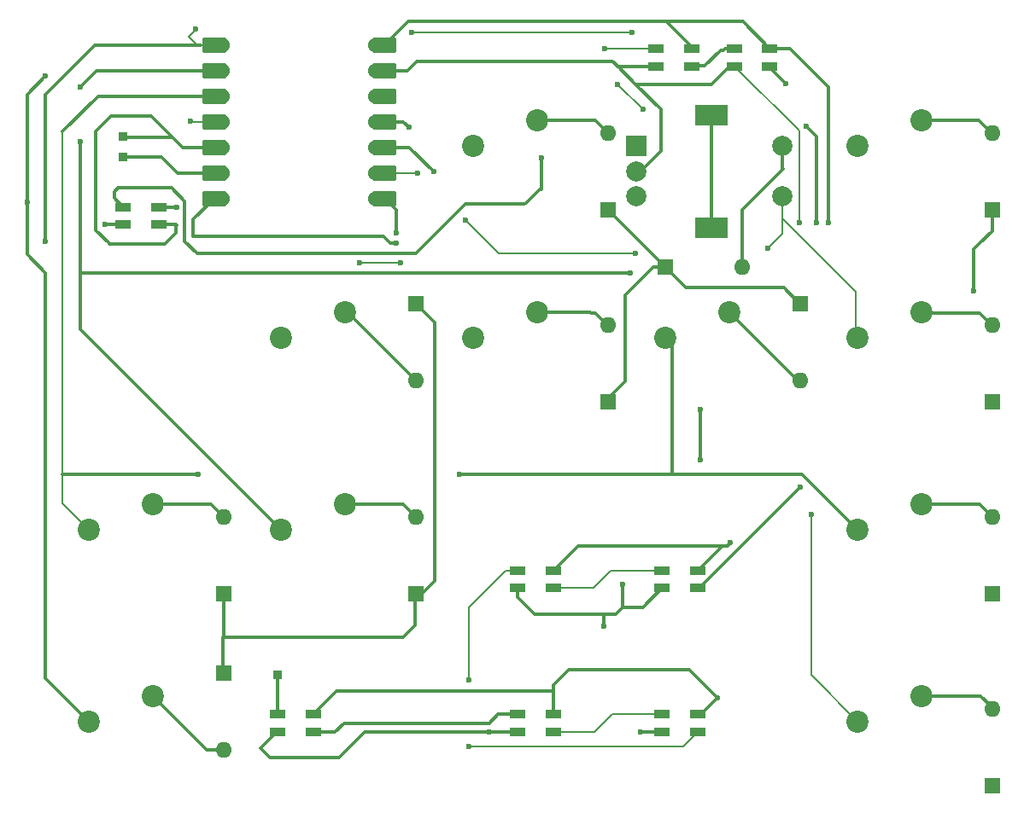
<source format=gbr>
%TF.GenerationSoftware,KiCad,Pcbnew,8.99.0-3401-ge9e4e7a3ff*%
%TF.CreationDate,2025-02-25T13:13:07+01:00*%
%TF.ProjectId,hackpad,6861636b-7061-4642-9e6b-696361645f70,rev?*%
%TF.SameCoordinates,Original*%
%TF.FileFunction,Copper,L1,Top*%
%TF.FilePolarity,Positive*%
%FSLAX46Y46*%
G04 Gerber Fmt 4.6, Leading zero omitted, Abs format (unit mm)*
G04 Created by KiCad (PCBNEW 8.99.0-3401-ge9e4e7a3ff) date 2025-02-25 13:13:07*
%MOMM*%
%LPD*%
G01*
G04 APERTURE LIST*
G04 Aperture macros list*
%AMRoundRect*
0 Rectangle with rounded corners*
0 $1 Rounding radius*
0 $2 $3 $4 $5 $6 $7 $8 $9 X,Y pos of 4 corners*
0 Add a 4 corners polygon primitive as box body*
4,1,4,$2,$3,$4,$5,$6,$7,$8,$9,$2,$3,0*
0 Add four circle primitives for the rounded corners*
1,1,$1+$1,$2,$3*
1,1,$1+$1,$4,$5*
1,1,$1+$1,$6,$7*
1,1,$1+$1,$8,$9*
0 Add four rect primitives between the rounded corners*
20,1,$1+$1,$2,$3,$4,$5,0*
20,1,$1+$1,$4,$5,$6,$7,0*
20,1,$1+$1,$6,$7,$8,$9,0*
20,1,$1+$1,$8,$9,$2,$3,0*%
G04 Aperture macros list end*
%TA.AperFunction,ComponentPad*%
%ADD10C,2.200000*%
%TD*%
%TA.AperFunction,ComponentPad*%
%ADD11R,0.850000X0.850000*%
%TD*%
%TA.AperFunction,ComponentPad*%
%ADD12R,1.600000X1.600000*%
%TD*%
%TA.AperFunction,ComponentPad*%
%ADD13O,1.600000X1.600000*%
%TD*%
%TA.AperFunction,SMDPad,CuDef*%
%ADD14R,1.600000X0.850000*%
%TD*%
%TA.AperFunction,SMDPad,CuDef*%
%ADD15RoundRect,0.152400X1.063600X0.609600X-1.063600X0.609600X-1.063600X-0.609600X1.063600X-0.609600X0*%
%TD*%
%TA.AperFunction,ComponentPad*%
%ADD16C,1.524000*%
%TD*%
%TA.AperFunction,SMDPad,CuDef*%
%ADD17RoundRect,0.152400X-1.063600X-0.609600X1.063600X-0.609600X1.063600X0.609600X-1.063600X0.609600X0*%
%TD*%
%TA.AperFunction,ComponentPad*%
%ADD18R,2.000000X2.000000*%
%TD*%
%TA.AperFunction,ComponentPad*%
%ADD19C,2.000000*%
%TD*%
%TA.AperFunction,ComponentPad*%
%ADD20R,3.200000X2.000000*%
%TD*%
%TA.AperFunction,ViaPad*%
%ADD21C,0.600000*%
%TD*%
%TA.AperFunction,Conductor*%
%ADD22C,0.300000*%
%TD*%
%TA.AperFunction,Conductor*%
%ADD23C,0.200000*%
%TD*%
G04 APERTURE END LIST*
D10*
%TO.P,SW2,1,1*%
%TO.N,Net-(D2-A)*%
X121443750Y-59531250D03*
%TO.P,SW2,2,2*%
%TO.N,COL2*%
X115093750Y-62071250D03*
%TD*%
D11*
%TO.P,J3,1,Pin_1*%
%TO.N,Net-(J3-Pin_1)*%
X42303750Y-44111250D03*
%TD*%
D12*
%TO.P,D12,1,K*%
%TO.N,ROW3*%
X52228726Y-95329404D03*
D13*
%TO.P,D12,2,A*%
%TO.N,Net-(D12-A)*%
X52228726Y-102949404D03*
%TD*%
D10*
%TO.P,SW5,1,1*%
%TO.N,Net-(D5-A)*%
X83343750Y-40481250D03*
%TO.P,SW5,2,2*%
%TO.N,COL1*%
X76993750Y-43021250D03*
%TD*%
D14*
%TO.P,D20,1,DOUT*%
%TO.N,Net-(D20-DOUT)*%
X57622482Y-99455030D03*
%TO.P,D20,2,VSS*%
%TO.N,GND*%
X57622482Y-101205030D03*
%TO.P,D20,3,DIN*%
%TO.N,Net-(D19-DOUT)*%
X61122482Y-101205030D03*
%TO.P,D20,4,VDD*%
%TO.N,+5V*%
X61122482Y-99455030D03*
%TD*%
D12*
%TO.P,D10,1,K*%
%TO.N,ROW3*%
X71278742Y-87471266D03*
D13*
%TO.P,D10,2,A*%
%TO.N,Net-(D10-A)*%
X71278742Y-79851266D03*
%TD*%
D11*
%TO.P,J2,1,Pin_1*%
%TO.N,Net-(D20-DOUT)*%
X57586543Y-95567526D03*
%TD*%
%TO.P,J1,1,Pin_1*%
%TO.N,RGB_IN*%
X42303750Y-42111250D03*
%TD*%
D14*
%TO.P,D15,1,DOUT*%
%TO.N,Net-(D15-DOUT)*%
X95127201Y-33375287D03*
%TO.P,D15,2,VSS*%
%TO.N,GND*%
X95127201Y-35125287D03*
%TO.P,D15,3,DIN*%
%TO.N,Net-(D14-DOUT)*%
X98627201Y-35125287D03*
%TO.P,D15,4,VDD*%
%TO.N,+5V*%
X98627201Y-33375287D03*
%TD*%
%TO.P,D17,1,DOUT*%
%TO.N,Net-(D17-DOUT)*%
X81435002Y-85167518D03*
%TO.P,D17,2,VSS*%
%TO.N,GND*%
X81435002Y-86917518D03*
%TO.P,D17,3,DIN*%
%TO.N,Net-(D16-DOUT)*%
X84935002Y-86917518D03*
%TO.P,D17,4,VDD*%
%TO.N,+5V*%
X84935002Y-85167518D03*
%TD*%
D10*
%TO.P,SW11,1,1*%
%TO.N,Net-(D11-A)*%
X45243750Y-78581250D03*
%TO.P,SW11,2,2*%
%TO.N,COL3*%
X38893750Y-81121250D03*
%TD*%
D14*
%TO.P,D19,1,DOUT*%
%TO.N,Net-(D19-DOUT)*%
X81435002Y-99455030D03*
%TO.P,D19,2,VSS*%
%TO.N,GND*%
X81435002Y-101205030D03*
%TO.P,D19,3,DIN*%
%TO.N,Net-(D18-DOUT)*%
X84935002Y-101205030D03*
%TO.P,D19,4,VDD*%
%TO.N,+5V*%
X84935002Y-99455030D03*
%TD*%
D10*
%TO.P,SW7,1,1*%
%TO.N,Net-(D7-A)*%
X102393750Y-59531250D03*
%TO.P,SW7,2,2*%
%TO.N,COL3*%
X96043750Y-62071250D03*
%TD*%
%TO.P,SW10,1,1*%
%TO.N,Net-(D10-A)*%
X64293750Y-78581250D03*
%TO.P,SW10,2,2*%
%TO.N,COL2*%
X57943750Y-81121250D03*
%TD*%
D14*
%TO.P,D18,1,DOUT*%
%TO.N,Net-(D18-DOUT)*%
X95722514Y-99455030D03*
%TO.P,D18,2,VSS*%
%TO.N,GND*%
X95722514Y-101205030D03*
%TO.P,D18,3,DIN*%
%TO.N,Net-(D17-DOUT)*%
X99222514Y-101205030D03*
%TO.P,D18,4,VDD*%
%TO.N,+5V*%
X99222514Y-99455030D03*
%TD*%
%TO.P,D16,1,DOUT*%
%TO.N,Net-(D16-DOUT)*%
X95722514Y-85167518D03*
%TO.P,D16,2,VSS*%
%TO.N,GND*%
X95722514Y-86917518D03*
%TO.P,D16,3,DIN*%
%TO.N,Net-(D15-DOUT)*%
X99222514Y-86917518D03*
%TO.P,D16,4,VDD*%
%TO.N,+5V*%
X99222514Y-85167518D03*
%TD*%
D15*
%TO.P,U1,1,PA02_A0_D0*%
%TO.N,COL1*%
X51295000Y-33011250D03*
D16*
X52130000Y-33011250D03*
D15*
%TO.P,U1,2,PA4_A1_D1*%
%TO.N,COL2*%
X51295000Y-35551250D03*
D16*
X52130000Y-35551250D03*
D15*
%TO.P,U1,3,PA10_A2_D2*%
%TO.N,COL3*%
X51295000Y-38091250D03*
D16*
X52130000Y-38091250D03*
D15*
%TO.P,U1,4,PA11_A3_D3*%
%TO.N,COL4*%
X51295000Y-40631250D03*
D16*
X52130000Y-40631250D03*
D15*
%TO.P,U1,5,PA8_A4_D4_SDA*%
%TO.N,RGB_IN*%
X51295000Y-43171250D03*
D16*
X52130000Y-43171250D03*
D15*
%TO.P,U1,6,PA9_A5_D5_SCL*%
%TO.N,Net-(J3-Pin_1)*%
X51295000Y-45711250D03*
D16*
X52130000Y-45711250D03*
D15*
%TO.P,U1,7,PB08_A6_D6_TX*%
%TO.N,rotencA*%
X51295000Y-48251250D03*
D16*
X52130000Y-48251250D03*
%TO.P,U1,8,PB09_A7_D7_RX*%
%TO.N,rotencB*%
X67370000Y-48251250D03*
D17*
X68205000Y-48251250D03*
D16*
%TO.P,U1,9,PA7_A8_D8_SCK*%
%TO.N,ROW1*%
X67370000Y-45711250D03*
D17*
X68205000Y-45711250D03*
D16*
%TO.P,U1,10,PA5_A9_D9_MISO*%
%TO.N,ROW2*%
X67370000Y-43171250D03*
D17*
X68205000Y-43171250D03*
D16*
%TO.P,U1,11,PA6_A10_D10_MOSI*%
%TO.N,ROW3*%
X67370000Y-40631250D03*
D17*
X68205000Y-40631250D03*
D16*
%TO.P,U1,12,3V3*%
%TO.N,+3V3*%
X67370000Y-38091250D03*
D17*
X68205000Y-38091250D03*
D16*
%TO.P,U1,13,GND*%
%TO.N,GND*%
X67370000Y-35551250D03*
D17*
X68205000Y-35551250D03*
D16*
%TO.P,U1,14,5V*%
%TO.N,+5V*%
X67370000Y-33011250D03*
D17*
X68205000Y-33011250D03*
%TD*%
D10*
%TO.P,SW8,1,1*%
%TO.N,Net-(D8-A)*%
X83343750Y-59531250D03*
%TO.P,SW8,2,2*%
%TO.N,COL4*%
X76993750Y-62071250D03*
%TD*%
D14*
%TO.P,D13,1,DOUT*%
%TO.N,Net-(D13-DOUT)*%
X42303750Y-49111250D03*
%TO.P,D13,2,VSS*%
%TO.N,GND*%
X42303750Y-50861250D03*
%TO.P,D13,3,DIN*%
%TO.N,RGB_IN*%
X45803750Y-50861250D03*
%TO.P,D13,4,VDD*%
%TO.N,+5V*%
X45803750Y-49111250D03*
%TD*%
D18*
%TO.P,SW3,A,A*%
%TO.N,rotencA*%
X93153750Y-43061250D03*
D19*
%TO.P,SW3,B,B*%
%TO.N,rotencB*%
X93153750Y-48061250D03*
%TO.P,SW3,C,C*%
%TO.N,GND*%
X93153750Y-45561250D03*
D20*
%TO.P,SW3,MP,MP*%
%TO.N,unconnected-(SW3-PadMP)*%
X100653750Y-39961250D03*
X100653750Y-51161250D03*
D19*
%TO.P,SW3,S1,S1*%
%TO.N,COL2*%
X107653750Y-48061250D03*
%TO.P,SW3,S2,S2*%
%TO.N,Net-(D6-A)*%
X107653750Y-43061250D03*
%TD*%
D12*
%TO.P,D11,1,K*%
%TO.N,ROW3*%
X52228726Y-87471266D03*
D13*
%TO.P,D11,2,A*%
%TO.N,Net-(D11-A)*%
X52228726Y-79851266D03*
%TD*%
D10*
%TO.P,SW12,1,1*%
%TO.N,Net-(D12-A)*%
X45243750Y-97631250D03*
%TO.P,SW12,2,2*%
%TO.N,COL4*%
X38893750Y-100171250D03*
%TD*%
%TO.P,SW9,1,1*%
%TO.N,Net-(D9-A)*%
X64293750Y-59531250D03*
%TO.P,SW9,2,2*%
%TO.N,COL1*%
X57943750Y-62071250D03*
%TD*%
%TO.P,SW1,1,1*%
%TO.N,Net-(D1-A)*%
X121443750Y-40481250D03*
%TO.P,SW1,2,2*%
%TO.N,COL1*%
X115093750Y-43021250D03*
%TD*%
D14*
%TO.P,D14,1,DOUT*%
%TO.N,Net-(D14-DOUT)*%
X102902209Y-33375287D03*
%TO.P,D14,2,VSS*%
%TO.N,GND*%
X102902209Y-35125287D03*
%TO.P,D14,3,DIN*%
%TO.N,Net-(D13-DOUT)*%
X106402209Y-35125287D03*
%TO.P,D14,4,VDD*%
%TO.N,+5V*%
X106402209Y-33375287D03*
%TD*%
D10*
%TO.P,SW6,1,1*%
%TO.N,Net-(D3-A)*%
X121440000Y-78562500D03*
%TO.P,SW6,2,2*%
%TO.N,COL3*%
X115090000Y-81102500D03*
%TD*%
%TO.P,SW4,1,1*%
%TO.N,Net-(D4-A)*%
X121440000Y-97612500D03*
%TO.P,SW4,2,2*%
%TO.N,COL4*%
X115090000Y-100152500D03*
%TD*%
D12*
%TO.P,D5,1,K*%
%TO.N,ROW2*%
X90328758Y-49371234D03*
D13*
%TO.P,D5,2,A*%
%TO.N,Net-(D5-A)*%
X90328758Y-41751234D03*
%TD*%
D12*
%TO.P,D6,1,K*%
%TO.N,ROW2*%
X96043766Y-55086242D03*
D13*
%TO.P,D6,2,A*%
%TO.N,Net-(D6-A)*%
X103663766Y-55086242D03*
%TD*%
D12*
%TO.P,D2,1,K*%
%TO.N,ROW1*%
X128428790Y-68421250D03*
D13*
%TO.P,D2,2,A*%
%TO.N,Net-(D2-A)*%
X128428790Y-60801250D03*
%TD*%
D12*
%TO.P,D7,1,K*%
%TO.N,ROW2*%
X109378774Y-58658120D03*
D13*
%TO.P,D7,2,A*%
%TO.N,Net-(D7-A)*%
X109378774Y-66278120D03*
%TD*%
D12*
%TO.P,D8,1,K*%
%TO.N,ROW2*%
X90328758Y-68421250D03*
D13*
%TO.P,D8,2,A*%
%TO.N,Net-(D8-A)*%
X90328758Y-60801250D03*
%TD*%
D12*
%TO.P,D4,1,K*%
%TO.N,ROW1*%
X128428790Y-106521282D03*
D13*
%TO.P,D4,2,A*%
%TO.N,Net-(D4-A)*%
X128428790Y-98901282D03*
%TD*%
D12*
%TO.P,D1,1,K*%
%TO.N,ROW1*%
X128428790Y-49371234D03*
D13*
%TO.P,D1,2,A*%
%TO.N,Net-(D1-A)*%
X128428790Y-41751234D03*
%TD*%
D12*
%TO.P,D9,1,K*%
%TO.N,ROW3*%
X71278742Y-58658120D03*
D13*
%TO.P,D9,2,A*%
%TO.N,Net-(D9-A)*%
X71278742Y-66278120D03*
%TD*%
D12*
%TO.P,D3,1,K*%
%TO.N,ROW1*%
X128428790Y-87471266D03*
D13*
%TO.P,D3,2,A*%
%TO.N,Net-(D3-A)*%
X128428790Y-79851266D03*
%TD*%
D21*
%TO.N,ROW1*%
X126642851Y-57467494D03*
X71503750Y-45711250D03*
X76203750Y-50411250D03*
X93103750Y-53711250D03*
%TO.N,ROW2*%
X73064681Y-45561234D03*
%TO.N,ROW3*%
X70603750Y-41211250D03*
%TO.N,+5V*%
X102503750Y-82411250D03*
X47603750Y-49111250D03*
X112203750Y-50611250D03*
X101203750Y-97811250D03*
%TO.N,GND*%
X99503750Y-69211250D03*
X89903750Y-90711250D03*
X78603750Y-101211250D03*
X109303750Y-50611250D03*
X40503750Y-50811250D03*
X99503750Y-74211250D03*
X91803750Y-86511250D03*
X93603750Y-101211250D03*
%TO.N,Net-(D13-DOUT)*%
X83803750Y-44211250D03*
X108003750Y-36811250D03*
%TO.N,Net-(D15-DOUT)*%
X109403750Y-76911250D03*
X91303750Y-36911250D03*
X111003750Y-50611250D03*
X90003750Y-33411250D03*
X110003750Y-41111250D03*
X93803750Y-39411250D03*
%TO.N,Net-(D17-DOUT)*%
X76603750Y-96011250D03*
X76603750Y-102611250D03*
%TO.N,COL1*%
X49503750Y-31411250D03*
X34603750Y-52511250D03*
X92703750Y-31811250D03*
X70903750Y-31811250D03*
%TO.N,COL2*%
X92603750Y-55611250D03*
X38003750Y-42611250D03*
X106203750Y-53211250D03*
X38003750Y-37211250D03*
%TO.N,rotencB*%
X69403750Y-51711250D03*
%TO.N,rotencA*%
X69403750Y-52711250D03*
%TO.N,COL3*%
X49703750Y-75611250D03*
X75603750Y-75611250D03*
%TO.N,COL4*%
X34603750Y-36111250D03*
X49003750Y-40611250D03*
X32803750Y-48611250D03*
X65703750Y-54611250D03*
X69803750Y-54611250D03*
X110503750Y-79611250D03*
%TD*%
D22*
%TO.N,Net-(D1-A)*%
X127073750Y-40481250D02*
X121443750Y-40481250D01*
X128428790Y-41751234D02*
X128343734Y-41751234D01*
X128343734Y-41751234D02*
X127073750Y-40481250D01*
D23*
%TO.N,ROW1*%
X68205000Y-45711250D02*
X71503750Y-45711250D01*
D22*
X126642851Y-53300303D02*
X126642851Y-57467494D01*
D23*
X76203750Y-50411250D02*
X79503750Y-53711250D01*
D22*
X128428790Y-51514364D02*
X127238164Y-52704990D01*
X128428790Y-49371234D02*
X128428790Y-51514364D01*
D23*
X79503750Y-53711250D02*
X93103750Y-53711250D01*
D22*
X127238164Y-52704990D02*
X126642851Y-53300303D01*
%TO.N,Net-(D2-A)*%
X128393750Y-60801250D02*
X127203750Y-59611250D01*
X121523750Y-59611250D02*
X121443750Y-59531250D01*
X127203750Y-59611250D02*
X121523750Y-59611250D01*
X128428790Y-60801250D02*
X128393750Y-60801250D01*
%TO.N,Net-(D3-A)*%
X128428790Y-79836290D02*
X127203750Y-78611250D01*
X128428790Y-79851266D02*
X128428790Y-79836290D01*
X121488750Y-78611250D02*
X121440000Y-78562500D01*
X127203750Y-78611250D02*
X121488750Y-78611250D01*
%TO.N,Net-(D4-A)*%
X128428790Y-98736290D02*
X127303750Y-97611250D01*
X128428790Y-98901282D02*
X128428790Y-98736290D01*
X127002500Y-97612500D02*
X121440000Y-97612500D01*
X127303750Y-97611250D02*
X127003750Y-97611250D01*
X127003750Y-97611250D02*
X127002500Y-97612500D01*
%TO.N,Net-(D5-A)*%
X90328758Y-41751234D02*
X89058774Y-40481250D01*
X89058774Y-40481250D02*
X83343750Y-40481250D01*
%TO.N,ROW2*%
X70674697Y-43171250D02*
X67370000Y-43171250D01*
X94828758Y-55086242D02*
X96043766Y-55086242D01*
X90328758Y-68086242D02*
X92053750Y-66361250D01*
X73064681Y-45561234D02*
X70674697Y-43171250D01*
X92053750Y-57861250D02*
X94828758Y-55086242D01*
X90328758Y-68421250D02*
X90328758Y-68086242D01*
X92053750Y-66361250D02*
X92053750Y-57861250D01*
X96043766Y-55086242D02*
X90328758Y-49371234D01*
X107803750Y-57111250D02*
X98068774Y-57111250D01*
X98068774Y-57111250D02*
X96043766Y-55086242D01*
X109378774Y-58658120D02*
X109350620Y-58658120D01*
X109350620Y-58658120D02*
X107803750Y-57111250D01*
%TO.N,Net-(D6-A)*%
X107653750Y-45261250D02*
X107653750Y-43061250D01*
X103663766Y-55086242D02*
X103663766Y-49351234D01*
X103663766Y-49351234D02*
X107703750Y-45311250D01*
X107703750Y-45311250D02*
X107653750Y-45261250D01*
%TO.N,Net-(D7-A)*%
X109140620Y-66278120D02*
X102393750Y-59531250D01*
X109378774Y-66278120D02*
X109140620Y-66278120D01*
%TO.N,Net-(D8-A)*%
X89103750Y-59611250D02*
X88703750Y-59611250D01*
X90328758Y-60801250D02*
X90293750Y-60801250D01*
X88623750Y-59531250D02*
X83343750Y-59531250D01*
X90293750Y-60801250D02*
X89103750Y-59611250D01*
X88703750Y-59611250D02*
X88623750Y-59531250D01*
%TO.N,ROW3*%
X70028726Y-91786274D02*
X71203750Y-90611250D01*
X52203750Y-91811250D02*
X52203750Y-95304428D01*
X71943734Y-87471266D02*
X73203750Y-86211250D01*
X52203750Y-95304428D02*
X52228726Y-95329404D01*
X71203750Y-87546258D02*
X71278742Y-87471266D01*
X73203750Y-60583128D02*
X71278742Y-58658120D01*
X68205000Y-40631250D02*
X70023750Y-40631250D01*
X52228726Y-91786274D02*
X70028726Y-91786274D01*
X52228726Y-87471266D02*
X52228726Y-91786274D01*
X71203750Y-90611250D02*
X71203750Y-87546258D01*
X71278742Y-87471266D02*
X71943734Y-87471266D01*
X70023750Y-40631250D02*
X70603750Y-41211250D01*
X73203750Y-86211250D02*
X73203750Y-60583128D01*
X52228726Y-91786274D02*
X52203750Y-91811250D01*
%TO.N,Net-(D9-A)*%
X71278742Y-66278120D02*
X64531872Y-59531250D01*
X64531872Y-59531250D02*
X64293750Y-59531250D01*
%TO.N,Net-(D10-A)*%
X70008726Y-78581250D02*
X64293750Y-78581250D01*
X71278742Y-79851266D02*
X70008726Y-78581250D01*
%TO.N,Net-(D11-A)*%
X52228726Y-79851266D02*
X50958710Y-78581250D01*
X50958710Y-78581250D02*
X45243750Y-78581250D01*
%TO.N,Net-(D12-A)*%
X50561904Y-102949404D02*
X45243750Y-97631250D01*
X52228726Y-102949404D02*
X50561904Y-102949404D01*
%TO.N,+5V*%
X84935002Y-99455030D02*
X84935002Y-97111250D01*
X102503750Y-82411250D02*
X102203750Y-82711250D01*
X108403750Y-33411250D02*
X112203750Y-37211250D01*
X112203750Y-37211250D02*
X112203750Y-47111250D01*
X101678782Y-82711250D02*
X99222514Y-85167518D01*
X63466262Y-97111250D02*
X61122482Y-99455030D01*
X86503750Y-95011250D02*
X98403750Y-95011250D01*
X45803750Y-49111250D02*
X47603750Y-49111250D01*
X84935002Y-97111250D02*
X84935002Y-96579998D01*
X106402209Y-33375287D02*
X106438172Y-33411250D01*
X96103750Y-30651000D02*
X103703750Y-30651000D01*
X68205000Y-33011250D02*
X70565250Y-30651000D01*
X103703750Y-30651000D02*
X103703750Y-30676828D01*
X98627201Y-33174451D02*
X96103750Y-30651000D01*
X101203750Y-97811250D02*
X99559970Y-99455030D01*
X98627201Y-33375287D02*
X98627201Y-33174451D01*
X103703750Y-30676828D02*
X106402209Y-33375287D01*
X106438172Y-33411250D02*
X108403750Y-33411250D01*
X70565250Y-30651000D02*
X96103750Y-30651000D01*
X87391270Y-82711250D02*
X84935002Y-85167518D01*
X102203750Y-82711250D02*
X101678782Y-82711250D01*
X84935002Y-97111250D02*
X63466262Y-97111250D01*
X101678782Y-82711250D02*
X87391270Y-82711250D01*
X98403750Y-95011250D02*
X101203750Y-97811250D01*
X99559970Y-99455030D02*
X99222514Y-99455030D01*
X112203750Y-47111250D02*
X112203750Y-50611250D01*
X84935002Y-96579998D02*
X86503750Y-95011250D01*
%TO.N,GND*%
X89903750Y-89511250D02*
X83103750Y-89511250D01*
X71403750Y-34611250D02*
X90803750Y-34611250D01*
X83103750Y-89511250D02*
X81435002Y-87842502D01*
X100603750Y-36911250D02*
X102389713Y-35125287D01*
X89903750Y-90711250D02*
X89903750Y-89511250D01*
X91317787Y-35125287D02*
X91303750Y-35111250D01*
X66203750Y-101211250D02*
X63703750Y-103711250D01*
X56803750Y-103711250D02*
X55903750Y-102811250D01*
X93609970Y-101205030D02*
X93603750Y-101211250D01*
X68205000Y-35551250D02*
X70463750Y-35551250D01*
X91103750Y-89511250D02*
X89903750Y-89511250D01*
X91803750Y-88811250D02*
X93828782Y-88811250D01*
X91303750Y-35111250D02*
X93103750Y-36911250D01*
X63703750Y-103711250D02*
X56803750Y-103711250D01*
X93103750Y-36911250D02*
X95603750Y-39411250D01*
X55903750Y-102811250D02*
X57509970Y-101205030D01*
X78603750Y-101211250D02*
X66203750Y-101211250D01*
X99503750Y-69211250D02*
X99503750Y-74211250D01*
X91803750Y-88811250D02*
X91103750Y-89511250D01*
X81435002Y-87842502D02*
X81435002Y-86917518D01*
D23*
X109303750Y-43411250D02*
X109303750Y-50611250D01*
D22*
X95603750Y-39411250D02*
X95603750Y-43511250D01*
X40553750Y-50861250D02*
X40503750Y-50811250D01*
X95603750Y-43511250D02*
X93553750Y-45561250D01*
X90803750Y-34611250D02*
X91303750Y-35111250D01*
X57509970Y-101205030D02*
X57622482Y-101205030D01*
X95722514Y-101205030D02*
X93609970Y-101205030D01*
X93553750Y-45561250D02*
X93153750Y-45561250D01*
D23*
X109303750Y-41526828D02*
X109303750Y-43411250D01*
D22*
X93103750Y-36911250D02*
X100603750Y-36911250D01*
X81428782Y-101211250D02*
X81435002Y-101205030D01*
X78603750Y-101211250D02*
X81428782Y-101211250D01*
D23*
X102902209Y-35125287D02*
X109303750Y-41526828D01*
D22*
X70463750Y-35551250D02*
X71403750Y-34611250D01*
X93828782Y-88811250D02*
X95722514Y-86917518D01*
X91803750Y-86511250D02*
X91803750Y-88811250D01*
X42303750Y-50861250D02*
X40553750Y-50861250D01*
X95127201Y-35125287D02*
X91317787Y-35125287D01*
X102389713Y-35125287D02*
X102902209Y-35125287D01*
%TO.N,Net-(D13-DOUT)*%
X106402209Y-35209709D02*
X106402209Y-35125287D01*
X42303750Y-49111250D02*
X41403750Y-48211250D01*
X48403750Y-52511250D02*
X49603750Y-53711250D01*
X41803750Y-47211250D02*
X46803750Y-47211250D01*
X46803750Y-47211250D02*
X47103750Y-47211250D01*
X49603750Y-53711250D02*
X70603750Y-53711250D01*
X41403750Y-47611250D02*
X41803750Y-47211250D01*
X82103750Y-48811250D02*
X82203750Y-48711250D01*
X41403750Y-48211250D02*
X41403750Y-47611250D01*
X83803750Y-47311250D02*
X83803750Y-44211250D01*
X82203750Y-48711250D02*
X83603750Y-47311250D01*
X71303750Y-53711250D02*
X76203750Y-48811250D01*
X76203750Y-48811250D02*
X82103750Y-48811250D01*
X83603750Y-47311250D02*
X83803750Y-47311250D01*
X47103750Y-47211250D02*
X48403750Y-48511250D01*
X83803750Y-44211250D02*
X83703750Y-44111250D01*
X70603750Y-53711250D02*
X71303750Y-53711250D01*
X48403750Y-48511250D02*
X48403750Y-52511250D01*
X108003750Y-36811250D02*
X106402209Y-35209709D01*
%TO.N,RGB_IN*%
X51295000Y-43171250D02*
X48163750Y-43171250D01*
X40903750Y-52711250D02*
X40903750Y-52811250D01*
X46403750Y-52811250D02*
X47503750Y-51711250D01*
X47553750Y-50861250D02*
X45803750Y-50861250D01*
X48163750Y-43171250D02*
X47203750Y-42211250D01*
X41103750Y-40111250D02*
X39603750Y-41611250D01*
X47603750Y-50911250D02*
X47553750Y-50861250D01*
X47203750Y-42211250D02*
X45103750Y-40111250D01*
X39603750Y-41611250D02*
X39603750Y-51411250D01*
X39603750Y-51411250D02*
X40903750Y-52711250D01*
X40903750Y-52811250D02*
X46403750Y-52811250D01*
X47203750Y-42211250D02*
X42403750Y-42211250D01*
X45103750Y-40111250D02*
X41103750Y-40111250D01*
X47503750Y-51711250D02*
X47503750Y-51011250D01*
X42403750Y-42211250D02*
X42303750Y-42111250D01*
X47503750Y-51011250D02*
X47603750Y-50911250D01*
%TO.N,Net-(D14-DOUT)*%
X101939713Y-33375287D02*
X102902209Y-33375287D01*
X101803750Y-33511250D02*
X101939713Y-33375287D01*
X99903750Y-35111250D02*
X101503750Y-33511250D01*
X98641238Y-35111250D02*
X99903750Y-35111250D01*
X98627201Y-35125287D02*
X98641238Y-35111250D01*
X101503750Y-33511250D02*
X101803750Y-33511250D01*
%TO.N,Net-(D15-DOUT)*%
X109403750Y-76911250D02*
X99397482Y-86917518D01*
D23*
X91303750Y-36911250D02*
X93803750Y-39411250D01*
D22*
X111003750Y-42111250D02*
X111003750Y-50611250D01*
D23*
X90039713Y-33375287D02*
X90003750Y-33411250D01*
D22*
X99397482Y-86917518D02*
X99222514Y-86917518D01*
X110003750Y-41111250D02*
X111003750Y-42111250D01*
D23*
X95127201Y-33375287D02*
X90039713Y-33375287D01*
%TO.N,Net-(D16-DOUT)*%
X84935002Y-86917518D02*
X88897482Y-86917518D01*
X88897482Y-86917518D02*
X90603750Y-85211250D01*
X90603750Y-85211250D02*
X95678782Y-85211250D01*
X95678782Y-85211250D02*
X95722514Y-85167518D01*
%TO.N,Net-(D17-DOUT)*%
X81391270Y-85211250D02*
X80203750Y-85211250D01*
X81435002Y-85167518D02*
X81391270Y-85211250D01*
X97816294Y-102611250D02*
X99222514Y-101205030D01*
X80203750Y-85211250D02*
X76603750Y-88811250D01*
X76603750Y-96011250D02*
X76603750Y-88811250D01*
X76603750Y-102611250D02*
X97816294Y-102611250D01*
%TO.N,Net-(D18-DOUT)*%
X89009970Y-101205030D02*
X90759970Y-99455030D01*
X90759970Y-99455030D02*
X95722514Y-99455030D01*
X84935002Y-101205030D02*
X89009970Y-101205030D01*
D22*
%TO.N,Net-(D19-DOUT)*%
X61128702Y-101211250D02*
X61122482Y-101205030D01*
X63303750Y-101211250D02*
X61128702Y-101211250D01*
X64203750Y-100311250D02*
X63303750Y-101211250D01*
X78603750Y-100311250D02*
X64203750Y-100311250D01*
X79459970Y-99455030D02*
X78603750Y-100311250D01*
X81435002Y-99455030D02*
X79459970Y-99455030D01*
%TO.N,Net-(D20-DOUT)*%
X57586543Y-99419091D02*
X57622482Y-99455030D01*
X57586543Y-95567526D02*
X57586543Y-99419091D01*
%TO.N,Net-(J3-Pin_1)*%
X46103750Y-44111250D02*
X42303750Y-44111250D01*
X47703750Y-45711250D02*
X46103750Y-44111250D01*
X51295000Y-45711250D02*
X47703750Y-45711250D01*
%TO.N,COL1*%
X39503750Y-33011250D02*
X35403750Y-37111250D01*
X34603750Y-37911250D02*
X34603750Y-45811250D01*
X50003750Y-33011250D02*
X39503750Y-33011250D01*
D23*
X70903750Y-31811250D02*
X92703750Y-31811250D01*
X49503750Y-31511250D02*
X49503750Y-31411250D01*
D22*
X34603750Y-45811250D02*
X34603750Y-51611250D01*
X35403750Y-37111250D02*
X34603750Y-37911250D01*
D23*
X50003750Y-33011250D02*
X49603750Y-33011250D01*
X48803750Y-32211250D02*
X49503750Y-31511250D01*
D22*
X34603750Y-51611250D02*
X34603750Y-52511250D01*
D23*
X51295000Y-33011250D02*
X50003750Y-33011250D01*
X49603750Y-33011250D02*
X48803750Y-32211250D01*
%TO.N,COL2*%
X110603750Y-53211250D02*
X107653750Y-50261250D01*
D22*
X39663750Y-35551250D02*
X51295000Y-35551250D01*
X45403750Y-68611250D02*
X38003750Y-61211250D01*
D23*
X114903750Y-61881250D02*
X114903750Y-57511250D01*
D22*
X38003750Y-37211250D02*
X39663750Y-35551250D01*
X38003750Y-61211250D02*
X38003750Y-55611250D01*
D23*
X107653750Y-50261250D02*
X107653750Y-51761250D01*
D22*
X57913750Y-81121250D02*
X45403750Y-68611250D01*
D23*
X107653750Y-51761250D02*
X106203750Y-53211250D01*
D22*
X92603750Y-55611250D02*
X38003750Y-55611250D01*
D23*
X107653750Y-50261250D02*
X107653750Y-48061250D01*
D22*
X57943750Y-81121250D02*
X57913750Y-81121250D01*
D23*
X114903750Y-57511250D02*
X110603750Y-53211250D01*
X115093750Y-62071250D02*
X114903750Y-61881250D01*
D22*
X38003750Y-55611250D02*
X38003750Y-42611250D01*
%TO.N,rotencB*%
X68205000Y-48251250D02*
X68243750Y-48251250D01*
X69403750Y-49411250D02*
X69403750Y-51711250D01*
X68243750Y-48251250D02*
X69403750Y-49411250D01*
%TO.N,rotencA*%
X68803750Y-52711250D02*
X69403750Y-52711250D01*
X49203750Y-50311250D02*
X49203750Y-52011250D01*
X68103750Y-52011250D02*
X68803750Y-52711250D01*
X49235000Y-50311250D02*
X49203750Y-50311250D01*
X49203750Y-52011250D02*
X68103750Y-52011250D01*
X51295000Y-48251250D02*
X49235000Y-50311250D01*
%TO.N,unconnected-(SW3-PadMP)*%
X100653750Y-51161250D02*
X100653750Y-39961250D01*
%TO.N,COL3*%
X96703750Y-75611250D02*
X109598750Y-75611250D01*
X109598750Y-75611250D02*
X115090000Y-81102500D01*
X39823750Y-38091250D02*
X51295000Y-38091250D01*
D23*
X36303750Y-78531250D02*
X36303750Y-75611250D01*
D22*
X36303750Y-41611250D02*
X39823750Y-38091250D01*
D23*
X36303750Y-75611250D02*
X36303750Y-41611250D01*
D22*
X36303750Y-75611250D02*
X49703750Y-75611250D01*
D23*
X38893750Y-81121250D02*
X36303750Y-78531250D01*
D22*
X96043750Y-62071250D02*
X96703750Y-62731250D01*
X75603750Y-75611250D02*
X96703750Y-75611250D01*
X96703750Y-62731250D02*
X96703750Y-75611250D01*
%TO.N,COL4*%
X32803750Y-37911250D02*
X32803750Y-39211250D01*
X32803750Y-48611250D02*
X32803750Y-53811250D01*
D23*
X51295000Y-40631250D02*
X49023750Y-40631250D01*
D22*
X34603750Y-95881250D02*
X38893750Y-100171250D01*
D23*
X110503750Y-95566250D02*
X115090000Y-100152500D01*
X49023750Y-40631250D02*
X49003750Y-40611250D01*
D22*
X32803750Y-39211250D02*
X32803750Y-48611250D01*
X34603750Y-36111250D02*
X32803750Y-37911250D01*
D23*
X65703750Y-54611250D02*
X69803750Y-54611250D01*
D22*
X32803750Y-53811250D02*
X34603750Y-55611250D01*
X34603750Y-55611250D02*
X34603750Y-95881250D01*
D23*
X110503750Y-79611250D02*
X110503750Y-95566250D01*
%TD*%
M02*

</source>
